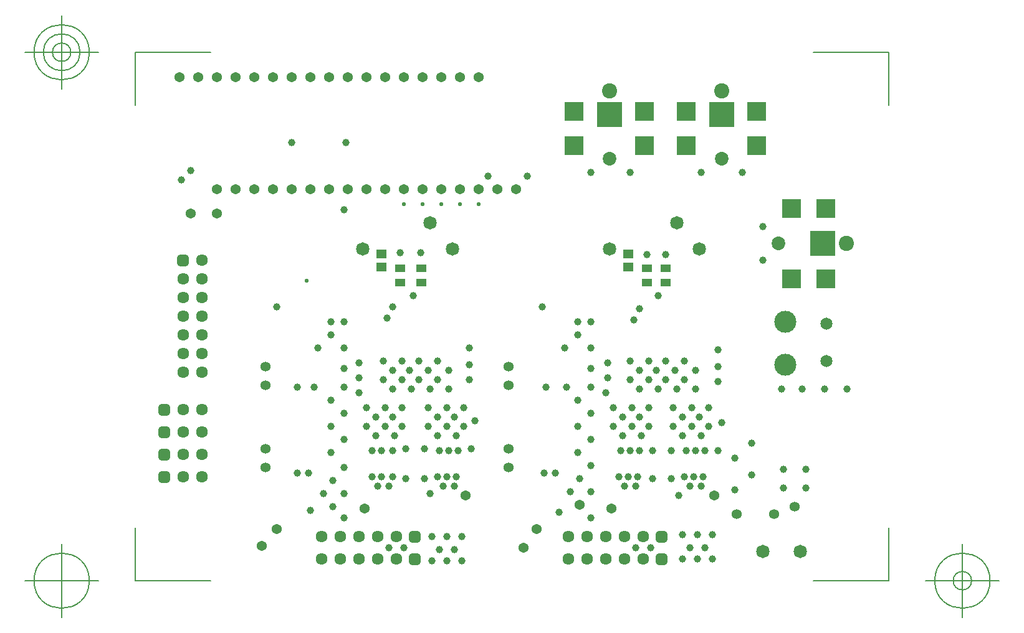
<source format=gbr>
G04 Generated by Ultiboard 13.0 *
%FSLAX25Y25*%
%MOIN*%

%ADD10C,0.00001*%
%ADD11C,0.00500*%
%ADD12C,0.05400*%
%ADD13C,0.03937*%
%ADD14R,0.05512X0.04134*%
%ADD15C,0.07166*%
%ADD16R,0.05709X0.04528*%
%ADD17C,0.06334*%
%ADD18R,0.02083X0.02083*%
%ADD19C,0.03917*%
%ADD20C,0.05337*%
%ADD21C,0.07306*%
%ADD22C,0.08093*%
%ADD23R,0.13211X0.13211*%
%ADD24R,0.10000X0.10000*%
%ADD25C,0.06518*%
%ADD26C,0.02100*%
%ADD27C,0.11811*%


G04 ColorRGB 9900CC for the following layer *
%LNSolder Mask Bottom*%
%LPD*%
G54D10*
G54D11*
X-1500Y-1500D02*
X-1500Y26800D01*
X-1500Y-1500D02*
X38800Y-1500D01*
X401500Y-1500D02*
X361200Y-1500D01*
X401500Y-1500D02*
X401500Y26800D01*
X401500Y281500D02*
X401500Y253200D01*
X401500Y281500D02*
X361200Y281500D01*
X-1500Y281500D02*
X38800Y281500D01*
X-1500Y281500D02*
X-1500Y253200D01*
X-21185Y-1500D02*
X-60555Y-1500D01*
X-40870Y-21185D02*
X-40870Y18185D01*
X-55634Y-1500D02*
G75*
D01*
G02X-55634Y-1500I14764J0*
G01*
X421185Y-1500D02*
X460555Y-1500D01*
X440870Y-21185D02*
X440870Y18185D01*
X426106Y-1500D02*
G75*
D01*
G02X426106Y-1500I14764J0*
G01*
X435949Y-1500D02*
G75*
D01*
G02X435949Y-1500I4921J0*
G01*
X-21185Y281500D02*
X-60555Y281500D01*
X-40870Y261815D02*
X-40870Y301185D01*
X-55634Y281500D02*
G75*
D01*
G02X-55634Y281500I14764J0*
G01*
X-50713Y281500D02*
G75*
D01*
G02X-50713Y281500I9843J0*
G01*
X-45791Y281500D02*
G75*
D01*
G02X-45791Y281500I4921J0*
G01*
G54D12*
X42000Y208000D03*
X52000Y208000D03*
X62000Y208000D03*
X72000Y208000D03*
X82000Y208000D03*
X92000Y208000D03*
X102000Y208000D03*
X112000Y208000D03*
X122000Y208000D03*
X132000Y208000D03*
X142000Y208000D03*
X152000Y208000D03*
X162000Y208000D03*
X172000Y208000D03*
X182000Y208000D03*
X192000Y208000D03*
X202000Y208000D03*
X22000Y268000D03*
X32000Y268000D03*
X42000Y268000D03*
X52000Y268000D03*
X62000Y268000D03*
X72000Y268000D03*
X82000Y268000D03*
X92000Y268000D03*
X102000Y268000D03*
X112000Y268000D03*
X122000Y268000D03*
X132000Y268000D03*
X142000Y268000D03*
X152000Y268000D03*
X162000Y268000D03*
X172000Y268000D03*
X182000Y268000D03*
X42000Y195000D03*
X42000Y195000D03*
X28000Y195000D03*
X28000Y195000D03*
X74000Y26000D03*
X74000Y26000D03*
X66000Y17000D03*
X66000Y17000D03*
X213000Y26000D03*
X213000Y26000D03*
X206000Y16000D03*
X206000Y16000D03*
X175000Y44000D03*
X175000Y44000D03*
X121000Y37000D03*
X121000Y37000D03*
X253000Y37000D03*
X253000Y37000D03*
X308000Y44000D03*
X308000Y44000D03*
X236000Y39000D03*
X236000Y39000D03*
G54D13*
X104000Y38000D03*
X110000Y45000D03*
X128000Y49000D03*
X134000Y49000D03*
X163000Y49000D03*
X169000Y49000D03*
X242000Y46000D03*
X260000Y49000D03*
X266000Y49000D03*
X295000Y49000D03*
X301000Y49000D03*
X85000Y56000D03*
X91000Y56000D03*
X104000Y52000D03*
X125000Y54000D03*
X130000Y54000D03*
X136000Y54000D03*
X160000Y54000D03*
X165000Y54000D03*
X170000Y54000D03*
X217000Y56000D03*
X223000Y56000D03*
X236000Y53000D03*
X257000Y54000D03*
X262000Y54000D03*
X267000Y54000D03*
X292000Y54000D03*
X297000Y54000D03*
X302000Y54000D03*
X110000Y59000D03*
X242000Y60000D03*
X103000Y67000D03*
X125000Y68000D03*
X130000Y68000D03*
X136000Y68000D03*
X161000Y68000D03*
X166000Y68000D03*
X171000Y68000D03*
X235000Y67000D03*
X258000Y68000D03*
X263000Y68000D03*
X268000Y68000D03*
X293000Y68000D03*
X298000Y68000D03*
X303000Y68000D03*
X103000Y81000D03*
X110000Y74000D03*
X235000Y81000D03*
X242000Y74000D03*
X110000Y88000D03*
X242000Y88000D03*
X103000Y95000D03*
X235000Y95000D03*
X110000Y102000D03*
X242000Y102000D03*
X110000Y123000D03*
X242000Y123000D03*
X103000Y130000D03*
X235000Y130000D03*
X103000Y137000D03*
X110000Y137000D03*
X133000Y139000D03*
X242000Y137000D03*
X265000Y138000D03*
X268000Y144000D03*
X136000Y145000D03*
X147000Y151000D03*
X216000Y145000D03*
X278000Y151000D03*
X140000Y174000D03*
X151000Y174000D03*
X272000Y173000D03*
X282000Y173000D03*
X110000Y197000D03*
X82000Y233000D03*
X111000Y233000D03*
X208000Y215000D03*
X187000Y215000D03*
X235000Y137000D03*
X319000Y47000D03*
X328000Y55000D03*
X319000Y64000D03*
X328000Y72000D03*
X291000Y23000D03*
X299000Y23000D03*
X307000Y23000D03*
X295000Y16000D03*
X291000Y10000D03*
X299000Y10000D03*
X307000Y10000D03*
X310000Y68000D03*
X312000Y83000D03*
X310000Y105000D03*
X310000Y113000D03*
X310000Y122000D03*
X289000Y44000D03*
X285000Y53000D03*
X285000Y68000D03*
X242000Y112000D03*
X242000Y32000D03*
X225000Y35000D03*
X231000Y46000D03*
X110000Y32000D03*
X99000Y45000D03*
X92000Y36000D03*
X110000Y112000D03*
X96000Y123000D03*
X228000Y123000D03*
X94000Y102000D03*
X85000Y102000D03*
X229000Y102000D03*
X218000Y102000D03*
X251000Y115000D03*
X251000Y107000D03*
X250000Y99000D03*
X275000Y68000D03*
X275000Y53000D03*
X177000Y123000D03*
X177000Y114000D03*
X177000Y106000D03*
X156000Y45000D03*
X180000Y84000D03*
X153000Y69000D03*
X153000Y53000D03*
X178000Y69000D03*
X118000Y115000D03*
X118000Y107000D03*
X118000Y99000D03*
X143000Y69000D03*
X143000Y53000D03*
X174000Y91000D03*
X160000Y76000D03*
X170000Y76000D03*
X174000Y81000D03*
X165000Y91000D03*
X155000Y91000D03*
X160000Y86000D03*
X169000Y86000D03*
X155000Y81000D03*
X165000Y81000D03*
X127000Y76000D03*
X122000Y81000D03*
X132000Y81000D03*
X137000Y76000D03*
X141000Y81000D03*
X127000Y86000D03*
X136000Y86000D03*
X122000Y91000D03*
X132000Y91000D03*
X141000Y91000D03*
X259000Y76000D03*
X254000Y81000D03*
X264000Y81000D03*
X269000Y76000D03*
X273000Y81000D03*
X259000Y86000D03*
X268000Y86000D03*
X254000Y91000D03*
X264000Y91000D03*
X273000Y91000D03*
X291000Y76000D03*
X286000Y81000D03*
X296000Y81000D03*
X301000Y76000D03*
X305000Y81000D03*
X291000Y86000D03*
X300000Y86000D03*
X286000Y91000D03*
X296000Y91000D03*
X305000Y91000D03*
X268000Y101000D03*
X263000Y106000D03*
X273000Y106000D03*
X278000Y101000D03*
X282000Y106000D03*
X268000Y111000D03*
X277000Y111000D03*
X263000Y116000D03*
X273000Y116000D03*
X282000Y116000D03*
X136000Y101000D03*
X131000Y106000D03*
X141000Y106000D03*
X146000Y101000D03*
X150000Y106000D03*
X136000Y111000D03*
X145000Y111000D03*
X131000Y116000D03*
X141000Y116000D03*
X150000Y116000D03*
X156000Y101000D03*
X160000Y106000D03*
X155000Y111000D03*
X160000Y116000D03*
X166000Y111000D03*
X166000Y101000D03*
X288000Y101000D03*
X298000Y101000D03*
X292000Y106000D03*
X287000Y111000D03*
X298000Y111000D03*
X292000Y116000D03*
X157000Y9000D03*
X161000Y15000D03*
X165000Y9000D03*
X169000Y15000D03*
X173000Y9000D03*
X157000Y22000D03*
X165000Y22000D03*
X173000Y22000D03*
X242000Y217000D03*
X263000Y217000D03*
X334000Y188000D03*
X334000Y170000D03*
X344000Y101000D03*
X355000Y101000D03*
X367000Y101000D03*
X379000Y101000D03*
X134000Y16000D03*
X266000Y16000D03*
X142000Y16000D03*
X274000Y16000D03*
X74000Y145000D03*
X357000Y58000D03*
X345000Y58000D03*
X357000Y48000D03*
X345000Y48000D03*
X301000Y217000D03*
X323000Y217000D03*
X303000Y16000D03*
X28000Y218000D03*
X23000Y213000D03*
G54D14*
X140000Y158260D03*
X140000Y165740D03*
X151500Y158260D03*
X151500Y165740D03*
X272000Y158260D03*
X272000Y165740D03*
X282000Y158260D03*
X282000Y165740D03*
G54D15*
X168000Y176000D03*
X156000Y190000D03*
X252000Y176000D03*
X120000Y176000D03*
X300000Y176000D03*
X288000Y190000D03*
X334000Y14000D03*
X354000Y14000D03*
G54D16*
X262000Y166457D03*
X262000Y173543D03*
X130000Y166457D03*
X130000Y173543D03*
G54D17*
X24000Y66000D03*
X34000Y66000D03*
X24000Y78000D03*
X34000Y78000D03*
X24000Y90000D03*
X34000Y90000D03*
X24000Y54000D03*
X34000Y54000D03*
X34000Y160000D03*
X24000Y160000D03*
X34000Y170000D03*
X34000Y130000D03*
X24000Y130000D03*
X34000Y140000D03*
X24000Y140000D03*
X34000Y150000D03*
X24000Y150000D03*
X34000Y110000D03*
X24000Y110000D03*
X34000Y120000D03*
X24000Y120000D03*
X138000Y22000D03*
X128000Y22000D03*
X108000Y22000D03*
X118000Y22000D03*
X98000Y22000D03*
X138000Y10000D03*
X128000Y10000D03*
X108000Y10000D03*
X118000Y10000D03*
X98000Y10000D03*
X270000Y22000D03*
X260000Y22000D03*
X240000Y22000D03*
X250000Y22000D03*
X230000Y22000D03*
X270000Y10000D03*
X260000Y10000D03*
X240000Y10000D03*
X250000Y10000D03*
X230000Y10000D03*
G54D18*
X14000Y66000D03*
X14000Y78000D03*
X14000Y90000D03*
X14000Y54000D03*
X24000Y170000D03*
X148000Y22000D03*
X148000Y10000D03*
X280000Y22000D03*
X280000Y10000D03*
G54D19*
X12959Y64959D02*
X15041Y64959D01*
X15041Y67041D01*
X12959Y67041D01*
X12959Y64959D01*D02*
X12959Y76959D02*
X15041Y76959D01*
X15041Y79041D01*
X12959Y79041D01*
X12959Y76959D01*D02*
X12959Y88959D02*
X15041Y88959D01*
X15041Y91041D01*
X12959Y91041D01*
X12959Y88959D01*D02*
X12959Y52959D02*
X15041Y52959D01*
X15041Y55041D01*
X12959Y55041D01*
X12959Y52959D01*D02*
X22959Y168959D02*
X25041Y168959D01*
X25041Y171041D01*
X22959Y171041D01*
X22959Y168959D01*D02*
X146959Y20959D02*
X149041Y20959D01*
X149041Y23041D01*
X146959Y23041D01*
X146959Y20959D01*D02*
X146959Y8959D02*
X149041Y8959D01*
X149041Y11041D01*
X146959Y11041D01*
X146959Y8959D01*D02*
X278959Y20959D02*
X281041Y20959D01*
X281041Y23041D01*
X278959Y23041D01*
X278959Y20959D01*D02*
X278959Y8959D02*
X281041Y8959D01*
X281041Y11041D01*
X278959Y11041D01*
X278959Y8959D01*D02*
G54D20*
X320000Y34000D03*
X340000Y34000D03*
X68000Y59000D03*
X68000Y69000D03*
X68000Y113000D03*
X68000Y103000D03*
X198000Y59000D03*
X198000Y69000D03*
X198000Y113000D03*
X198000Y103000D03*
X351000Y38000D03*
X351000Y38000D03*
G54D21*
X342378Y179000D03*
X252000Y224378D03*
X312000Y224378D03*
G54D22*
X378795Y179000D03*
X252000Y260795D03*
X312000Y260795D03*
G54D23*
X366000Y179000D03*
X252000Y248000D03*
X312000Y248000D03*
G54D24*
X367969Y197701D03*
X349465Y160299D03*
X349465Y197701D03*
X367969Y160299D03*
X233299Y249969D03*
X270701Y231465D03*
X233299Y231465D03*
X270701Y249969D03*
X293299Y249969D03*
X330701Y231465D03*
X293299Y231465D03*
X330701Y249969D03*
G54D25*
X368000Y136000D03*
X368000Y116000D03*
G54D26*
X90000Y159000D03*
X90000Y159000D03*
X182000Y200000D03*
X182000Y200000D03*
X172000Y200000D03*
X172000Y200000D03*
X162000Y200000D03*
X162000Y200000D03*
X152000Y200000D03*
X152000Y200000D03*
X142000Y200000D03*
X142000Y200000D03*
G54D27*
X346000Y114000D03*
X346000Y114000D03*
X346000Y137000D03*
X346000Y137000D03*

M02*

</source>
